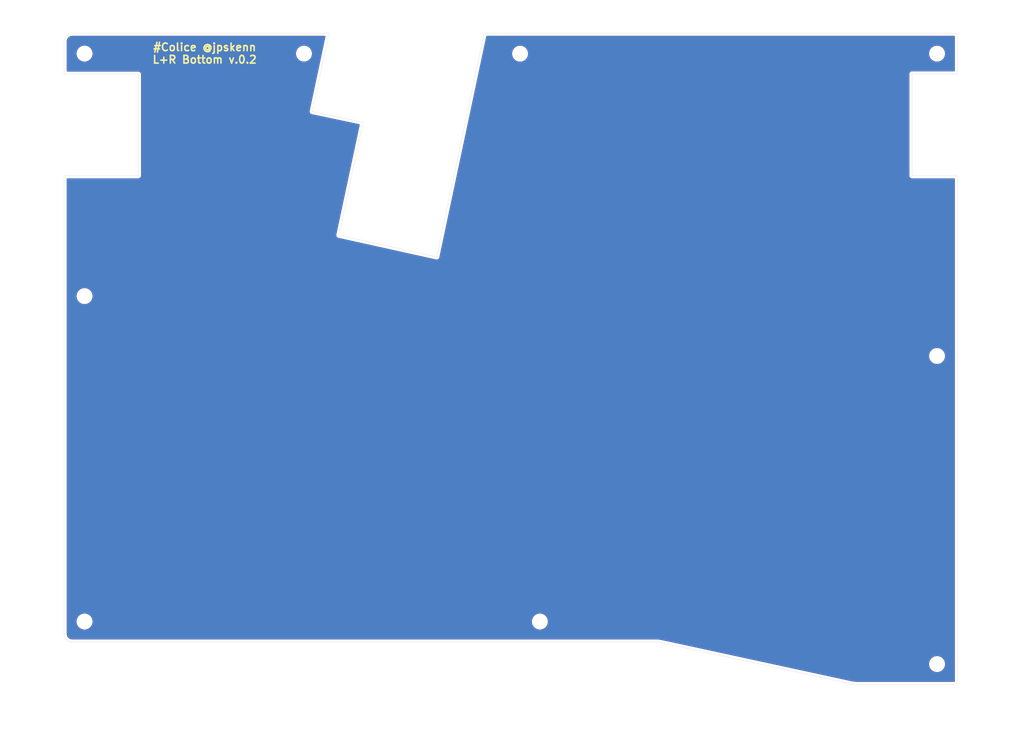
<source format=kicad_pcb>
(kicad_pcb (version 20171130) (host pcbnew "(5.1.5-0-10_14)")

  (general
    (thickness 1.6)
    (drawings 86)
    (tracks 0)
    (zones 0)
    (modules 9)
    (nets 1)
  )

  (page A4)
  (layers
    (0 F.Cu signal)
    (31 B.Cu signal)
    (32 B.Adhes user)
    (33 F.Adhes user)
    (34 B.Paste user)
    (35 F.Paste user)
    (36 B.SilkS user)
    (37 F.SilkS user)
    (38 B.Mask user)
    (39 F.Mask user)
    (40 Dwgs.User user)
    (41 Cmts.User user)
    (42 Eco1.User user)
    (43 Eco2.User user)
    (44 Edge.Cuts user)
    (45 Margin user)
    (46 B.CrtYd user)
    (47 F.CrtYd user)
    (48 B.Fab user)
    (49 F.Fab user)
  )

  (setup
    (last_trace_width 0.25)
    (trace_clearance 0.2)
    (zone_clearance 0.508)
    (zone_45_only no)
    (trace_min 0.2)
    (via_size 0.8)
    (via_drill 0.4)
    (via_min_size 0.4)
    (via_min_drill 0.3)
    (uvia_size 0.3)
    (uvia_drill 0.1)
    (uvias_allowed no)
    (uvia_min_size 0.2)
    (uvia_min_drill 0.1)
    (edge_width 0.05)
    (segment_width 0.2)
    (pcb_text_width 0.3)
    (pcb_text_size 1.5 1.5)
    (mod_edge_width 0.12)
    (mod_text_size 1 1)
    (mod_text_width 0.15)
    (pad_size 1.524 1.524)
    (pad_drill 0.762)
    (pad_to_mask_clearance 0.051)
    (solder_mask_min_width 0.25)
    (aux_axis_origin 0 0)
    (visible_elements FFFFFF7F)
    (pcbplotparams
      (layerselection 0x010fc_ffffffff)
      (usegerberextensions true)
      (usegerberattributes false)
      (usegerberadvancedattributes false)
      (creategerberjobfile false)
      (excludeedgelayer true)
      (linewidth 0.100000)
      (plotframeref false)
      (viasonmask false)
      (mode 1)
      (useauxorigin false)
      (hpglpennumber 1)
      (hpglpenspeed 20)
      (hpglpendiameter 15.000000)
      (psnegative false)
      (psa4output false)
      (plotreference true)
      (plotvalue true)
      (plotinvisibletext false)
      (padsonsilk false)
      (subtractmaskfromsilk false)
      (outputformat 1)
      (mirror false)
      (drillshape 0)
      (scaleselection 1)
      (outputdirectory "garber/"))
  )

  (net 0 "")

  (net_class Default "これはデフォルトのネット クラスです。"
    (clearance 0.2)
    (trace_width 0.25)
    (via_dia 0.8)
    (via_drill 0.4)
    (uvia_dia 0.3)
    (uvia_drill 0.1)
  )

  (module MountingHole:MountingHole_2.1mm (layer F.Cu) (tedit 5B924765) (tstamp 5EBCBC1D)
    (at 63.25 79.78)
    (descr "Mounting Hole 2.1mm, no annular")
    (tags "mounting hole 2.1mm no annular")
    (attr virtual)
    (fp_text reference REF** (at 0 -3.2) (layer F.SilkS) hide
      (effects (font (size 1 1) (thickness 0.15)))
    )
    (fp_text value MountingHole_2.1mm (at 0 3.2) (layer F.Fab)
      (effects (font (size 1 1) (thickness 0.15)))
    )
    (fp_text user %R (at 0.3 0) (layer F.Fab)
      (effects (font (size 1 1) (thickness 0.15)))
    )
    (fp_circle (center 0 0) (end 2.1 0) (layer Cmts.User) (width 0.15))
    (fp_circle (center 0 0) (end 2.35 0) (layer F.CrtYd) (width 0.05))
    (pad "" np_thru_hole circle (at 0 0) (size 2.1 2.1) (drill 2.1) (layers *.Cu *.Mask))
  )

  (module MountingHole:MountingHole_2.1mm (layer F.Cu) (tedit 5B924765) (tstamp 5EBCBC1D)
    (at 63.25 143.22)
    (descr "Mounting Hole 2.1mm, no annular")
    (tags "mounting hole 2.1mm no annular")
    (attr virtual)
    (fp_text reference REF** (at 0 -3.2) (layer F.SilkS) hide
      (effects (font (size 1 1) (thickness 0.15)))
    )
    (fp_text value MountingHole_2.1mm (at 0 3.2) (layer F.Fab)
      (effects (font (size 1 1) (thickness 0.15)))
    )
    (fp_text user %R (at 0.3 0) (layer F.Fab)
      (effects (font (size 1 1) (thickness 0.15)))
    )
    (fp_circle (center 0 0) (end 2.1 0) (layer Cmts.User) (width 0.15))
    (fp_circle (center 0 0) (end 2.35 0) (layer F.CrtYd) (width 0.05))
    (pad "" np_thru_hole circle (at 0 0) (size 2.1 2.1) (drill 2.1) (layers *.Cu *.Mask))
  )

  (module MountingHole:MountingHole_2.1mm (layer F.Cu) (tedit 5B924765) (tstamp 5EBCBC1D)
    (at 151.96 143.22)
    (descr "Mounting Hole 2.1mm, no annular")
    (tags "mounting hole 2.1mm no annular")
    (attr virtual)
    (fp_text reference REF** (at 0 -3.2) (layer F.SilkS) hide
      (effects (font (size 1 1) (thickness 0.15)))
    )
    (fp_text value MountingHole_2.1mm (at 0 3.2) (layer F.Fab)
      (effects (font (size 1 1) (thickness 0.15)))
    )
    (fp_text user %R (at 0.3 0) (layer F.Fab)
      (effects (font (size 1 1) (thickness 0.15)))
    )
    (fp_circle (center 0 0) (end 2.1 0) (layer Cmts.User) (width 0.15))
    (fp_circle (center 0 0) (end 2.35 0) (layer F.CrtYd) (width 0.05))
    (pad "" np_thru_hole circle (at 0 0) (size 2.1 2.1) (drill 2.1) (layers *.Cu *.Mask))
  )

  (module MountingHole:MountingHole_2.1mm (layer F.Cu) (tedit 5B924765) (tstamp 5EBCBC1D)
    (at 229.33 151.51)
    (descr "Mounting Hole 2.1mm, no annular")
    (tags "mounting hole 2.1mm no annular")
    (attr virtual)
    (fp_text reference REF** (at 0 -3.2) (layer F.SilkS) hide
      (effects (font (size 1 1) (thickness 0.15)))
    )
    (fp_text value MountingHole_2.1mm (at 0 3.2) (layer F.Fab)
      (effects (font (size 1 1) (thickness 0.15)))
    )
    (fp_text user %R (at 0.3 0) (layer F.Fab)
      (effects (font (size 1 1) (thickness 0.15)))
    )
    (fp_circle (center 0 0) (end 2.1 0) (layer Cmts.User) (width 0.15))
    (fp_circle (center 0 0) (end 2.35 0) (layer F.CrtYd) (width 0.05))
    (pad "" np_thru_hole circle (at 0 0) (size 2.1 2.1) (drill 2.1) (layers *.Cu *.Mask))
  )

  (module MountingHole:MountingHole_2.1mm (layer F.Cu) (tedit 5B924765) (tstamp 5EBCBC1D)
    (at 229.33 91.45)
    (descr "Mounting Hole 2.1mm, no annular")
    (tags "mounting hole 2.1mm no annular")
    (attr virtual)
    (fp_text reference REF** (at 0 -3.2) (layer F.SilkS) hide
      (effects (font (size 1 1) (thickness 0.15)))
    )
    (fp_text value MountingHole_2.1mm (at 0 3.2) (layer F.Fab)
      (effects (font (size 1 1) (thickness 0.15)))
    )
    (fp_text user %R (at 0.3 0) (layer F.Fab)
      (effects (font (size 1 1) (thickness 0.15)))
    )
    (fp_circle (center 0 0) (end 2.1 0) (layer Cmts.User) (width 0.15))
    (fp_circle (center 0 0) (end 2.35 0) (layer F.CrtYd) (width 0.05))
    (pad "" np_thru_hole circle (at 0 0) (size 2.1 2.1) (drill 2.1) (layers *.Cu *.Mask))
  )

  (module MountingHole:MountingHole_2.1mm (layer F.Cu) (tedit 5B924765) (tstamp 5EBCBC1D)
    (at 229.33 32.51)
    (descr "Mounting Hole 2.1mm, no annular")
    (tags "mounting hole 2.1mm no annular")
    (attr virtual)
    (fp_text reference REF** (at 0 -3.2) (layer F.SilkS) hide
      (effects (font (size 1 1) (thickness 0.15)))
    )
    (fp_text value MountingHole_2.1mm (at 0 3.2) (layer F.Fab)
      (effects (font (size 1 1) (thickness 0.15)))
    )
    (fp_text user %R (at 0.3 0) (layer F.Fab)
      (effects (font (size 1 1) (thickness 0.15)))
    )
    (fp_circle (center 0 0) (end 2.1 0) (layer Cmts.User) (width 0.15))
    (fp_circle (center 0 0) (end 2.35 0) (layer F.CrtYd) (width 0.05))
    (pad "" np_thru_hole circle (at 0 0) (size 2.1 2.1) (drill 2.1) (layers *.Cu *.Mask))
  )

  (module MountingHole:MountingHole_2.1mm (layer F.Cu) (tedit 5B924765) (tstamp 5EBCBC1D)
    (at 148.1 32.51)
    (descr "Mounting Hole 2.1mm, no annular")
    (tags "mounting hole 2.1mm no annular")
    (attr virtual)
    (fp_text reference REF** (at 0 -3.2) (layer F.SilkS) hide
      (effects (font (size 1 1) (thickness 0.15)))
    )
    (fp_text value MountingHole_2.1mm (at 0 3.2) (layer F.Fab)
      (effects (font (size 1 1) (thickness 0.15)))
    )
    (fp_text user %R (at 0.3 0) (layer F.Fab)
      (effects (font (size 1 1) (thickness 0.15)))
    )
    (fp_circle (center 0 0) (end 2.1 0) (layer Cmts.User) (width 0.15))
    (fp_circle (center 0 0) (end 2.35 0) (layer F.CrtYd) (width 0.05))
    (pad "" np_thru_hole circle (at 0 0) (size 2.1 2.1) (drill 2.1) (layers *.Cu *.Mask))
  )

  (module MountingHole:MountingHole_2.1mm (layer F.Cu) (tedit 5B924765) (tstamp 5EBCBC1D)
    (at 106 32.5)
    (descr "Mounting Hole 2.1mm, no annular")
    (tags "mounting hole 2.1mm no annular")
    (attr virtual)
    (fp_text reference REF** (at 0 -3.2) (layer F.SilkS) hide
      (effects (font (size 1 1) (thickness 0.15)))
    )
    (fp_text value MountingHole_2.1mm (at 0 3.2) (layer F.Fab)
      (effects (font (size 1 1) (thickness 0.15)))
    )
    (fp_text user %R (at 0.3 0) (layer F.Fab)
      (effects (font (size 1 1) (thickness 0.15)))
    )
    (fp_circle (center 0 0) (end 2.1 0) (layer Cmts.User) (width 0.15))
    (fp_circle (center 0 0) (end 2.35 0) (layer F.CrtYd) (width 0.05))
    (pad "" np_thru_hole circle (at 0 0) (size 2.1 2.1) (drill 2.1) (layers *.Cu *.Mask))
  )

  (module MountingHole:MountingHole_2.1mm (layer F.Cu) (tedit 5B924765) (tstamp 5EBCBC0C)
    (at 63.25 32.5)
    (descr "Mounting Hole 2.1mm, no annular")
    (tags "mounting hole 2.1mm no annular")
    (attr virtual)
    (fp_text reference REF** (at 0 -3.2) (layer F.SilkS) hide
      (effects (font (size 1 1) (thickness 0.15)))
    )
    (fp_text value MountingHole_2.1mm (at 0 3.2) (layer F.Fab)
      (effects (font (size 1 1) (thickness 0.15)))
    )
    (fp_circle (center 0 0) (end 2.35 0) (layer F.CrtYd) (width 0.05))
    (fp_circle (center 0 0) (end 2.1 0) (layer Cmts.User) (width 0.15))
    (fp_text user %R (at 0.3 0) (layer F.Fab)
      (effects (font (size 1 1) (thickness 0.15)))
    )
    (pad "" np_thru_hole circle (at 0 0) (size 2.1 2.1) (drill 2.1) (layers *.Cu *.Mask))
  )

  (gr_text "#Colice @jpskenn\nL+R Bottom v.0.2" (at 86.65 32.46) (layer F.SilkS)
    (effects (font (size 1.5 1.5) (thickness 0.3)))
  )
  (gr_curve (pts (xy 110.829659 28.700493) (xy 110.453654 30.469603) (xy 107.622401 43.788178) (xy 107.622401 43.788178)) (layer Edge.Cuts) (width 0.05))
  (gr_curve (pts (xy 110.79757 28.56655) (xy 110.827881 28.604058) (xy 110.839734 28.653249) (xy 110.829659 28.700493)) (layer Edge.Cuts) (width 0.05))
  (gr_line (start 112.812722 67.9048) (end 131.853832 72.121454) (layer Edge.Cuts) (width 0.05))
  (gr_curve (pts (xy 233.167828 36.483392) (xy 231.970641 36.483392) (xy 224.464941 36.483392) (xy 224.464941 36.483392)) (layer Edge.Cuts) (width 0.05))
  (gr_line (start 224.464941 56.288449) (end 233.167828 56.288449) (layer Edge.Cuts) (width 0.05))
  (gr_curve (pts (xy 59.253096 145.624059) (xy 59.253096 133.800359) (xy 59.253096 60.334161) (xy 59.253096 56.448469)) (layer Edge.Cuts) (width 0.05))
  (gr_curve (pts (xy 59.413116 36.541134) (xy 59.370614 36.541134) (xy 59.329974 36.524286) (xy 59.299917 36.494314)) (layer Edge.Cuts) (width 0.05))
  (gr_curve (pts (xy 59.253096 56.448469) (xy 59.253096 56.406051) (xy 59.269945 56.365326) (xy 59.299917 56.33527)) (layer Edge.Cuts) (width 0.05))
  (gr_curve (pts (xy 59.413116 56.288449) (xy 60.991896 56.288449) (xy 73.722714 56.288449) (xy 73.722714 56.288449)) (layer Edge.Cuts) (width 0.05))
  (gr_line (start 229.329041 33.507189) (end 229.329041 33.507189) (layer Edge.Cuts) (width 0.05))
  (gr_curve (pts (xy 131.853832 72.121454) (xy 131.853832 72.121454) (xy 140.534874 31.20832) (xy 141.080974 28.63403)) (layer Edge.Cuts) (width 0.05))
  (gr_curve (pts (xy 117.472352 46.04048) (xy 117.052405 48.010758) (xy 112.812722 67.9048) (xy 112.812722 67.9048)) (layer Edge.Cuts) (width 0.05))
  (gr_curve (pts (xy 233.327848 36.323372) (xy 233.327848 36.411764) (xy 233.255881 36.483392) (xy 233.167828 36.483392)) (layer Edge.Cuts) (width 0.05))
  (gr_curve (pts (xy 233.327848 29.147194) (xy 233.327848 30.847724) (xy 233.327848 35.411173) (xy 233.327848 36.323372)) (layer Edge.Cuts) (width 0.05))
  (gr_curve (pts (xy 105.991467 33.507189) (xy 105.43817 33.507189) (xy 104.989691 33.059895) (xy 104.989691 32.507022)) (layer Edge.Cuts) (width 0.05))
  (gr_curve (pts (xy 149.095521 32.507022) (xy 149.095521 33.059895) (xy 148.647634 33.507189) (xy 148.098148 33.507189)) (layer Edge.Cuts) (width 0.05))
  (gr_curve (pts (xy 117.349077 45.850658) (xy 117.390564 45.859463) (xy 117.426886 45.88444) (xy 117.45 45.92)) (layer Edge.Cuts) (width 0.05))
  (gr_curve (pts (xy 141.237608 28.507199) (xy 144.893514 28.507199) (xy 224.715554 28.507199) (xy 232.687768 28.507199)) (layer Edge.Cuts) (width 0.05))
  (gr_curve (pts (xy 141.080974 28.63403) (xy 141.097061 28.560031) (xy 141.162254 28.507199) (xy 141.237608 28.507199)) (layer Edge.Cuts) (width 0.05))
  (gr_curve (pts (xy 233.139888 28.694651) (xy 233.260114 28.814708) (xy 233.327848 28.977438) (xy 233.327848 29.147194)) (layer Edge.Cuts) (width 0.05))
  (gr_curve (pts (xy 232.687768 28.507199) (xy 232.857101 28.507199) (xy 233.019661 28.574594) (xy 233.139888 28.694651)) (layer Edge.Cuts) (width 0.05))
  (gr_line (start 148.098148 33.507189) (end 148.098148 33.507189) (layer Edge.Cuts) (width 0.05))
  (gr_curve (pts (xy 105.991467 31.507193) (xy 106.541208 31.507193) (xy 106.989687 31.955164) (xy 106.989687 32.507022)) (layer Edge.Cuts) (width 0.05))
  (gr_line (start 105.991467 33.507189) (end 105.991467 33.507189) (layer Edge.Cuts) (width 0.05))
  (gr_curve (pts (xy 228.327434 151.506699) (xy 228.327434 150.955519) (xy 228.776168 150.506786) (xy 229.329041 150.506786)) (layer Edge.Cuts) (width 0.05))
  (gr_curve (pts (xy 229.329041 152.507459) (xy 228.776168 152.507459) (xy 228.327434 152.059572) (xy 228.327434 151.506699)) (layer Edge.Cuts) (width 0.05))
  (gr_line (start 73.722714 36.541134) (end 59.413116 36.541134) (layer Edge.Cuts) (width 0.05))
  (gr_line (start 110.673195 28.507199) (end 110.673195 28.507199) (layer Edge.Cuts) (width 0.05))
  (gr_curve (pts (xy 230.327261 151.506699) (xy 230.327261 152.059572) (xy 229.879374 152.507459) (xy 229.329041 152.507459)) (layer Edge.Cuts) (width 0.05))
  (gr_curve (pts (xy 229.329041 150.506786) (xy 229.879374 150.506786) (xy 230.327261 150.955519) (xy 230.327261 151.506699)) (layer Edge.Cuts) (width 0.05))
  (gr_line (start 73.722714 56.288449) (end 73.722714 36.541134) (layer Edge.Cuts) (width 0.05))
  (gr_curve (pts (xy 60.853042 28.507199) (xy 69.210489 28.507199) (xy 107.58464 28.507199) (xy 110.673195 28.507199)) (layer Edge.Cuts) (width 0.05))
  (gr_curve (pts (xy 59.253096 30.10723) (xy 59.253096 29.223564) (xy 59.969461 28.507199) (xy 60.853042 28.507199)) (layer Edge.Cuts) (width 0.05))
  (gr_curve (pts (xy 63.254866 33.507189) (xy 62.70157 33.507189) (xy 62.25309 33.059895) (xy 62.25309 32.507022)) (layer Edge.Cuts) (width 0.05))
  (gr_line (start 229.329041 92.448652) (end 229.329041 92.448652) (layer Edge.Cuts) (width 0.05))
  (gr_curve (pts (xy 64.253086 79.777861) (xy 64.253086 80.330734) (xy 63.804607 80.778028) (xy 63.254866 80.778028)) (layer Edge.Cuts) (width 0.05))
  (gr_curve (pts (xy 63.254866 78.778032) (xy 63.804607 78.778032) (xy 64.253086 79.226004) (xy 64.253086 79.777861)) (layer Edge.Cuts) (width 0.05))
  (gr_curve (pts (xy 62.25309 79.777861) (xy 62.25309 79.226004) (xy 62.70157 78.778032) (xy 63.254866 78.778032)) (layer Edge.Cuts) (width 0.05))
  (gr_curve (pts (xy 63.254866 80.778028) (xy 62.70157 80.778028) (xy 62.25309 80.330734) (xy 62.25309 79.777861)) (layer Edge.Cuts) (width 0.05))
  (gr_line (start 151.958101 144.224519) (end 151.958101 144.224519) (layer Edge.Cuts) (width 0.05))
  (gr_curve (pts (xy 230.327261 91.448484) (xy 230.327261 92.001358) (xy 229.879374 92.448652) (xy 229.329041 92.448652)) (layer Edge.Cuts) (width 0.05))
  (gr_curve (pts (xy 229.329041 90.448655) (xy 229.879374 90.448655) (xy 230.327261 90.896626) (xy 230.327261 91.448484)) (layer Edge.Cuts) (width 0.05))
  (gr_curve (pts (xy 228.327434 91.448484) (xy 228.327434 90.896626) (xy 228.776168 90.448655) (xy 229.329041 90.448655)) (layer Edge.Cuts) (width 0.05))
  (gr_curve (pts (xy 229.329041 92.448652) (xy 228.776168 92.448652) (xy 228.327434 92.001358) (xy 228.327434 91.448484)) (layer Edge.Cuts) (width 0.05))
  (gr_curve (pts (xy 59.299917 56.33527) (xy 59.329974 56.305298) (xy 59.370614 56.288449) (xy 59.413116 56.288449)) (layer Edge.Cuts) (width 0.05))
  (gr_line (start 63.254866 144.224519) (end 63.254866 144.224519) (layer Edge.Cuts) (width 0.05))
  (gr_curve (pts (xy 152.956321 143.223759) (xy 152.956321 143.776632) (xy 152.507588 144.224519) (xy 151.958101 144.224519)) (layer Edge.Cuts) (width 0.05))
  (gr_curve (pts (xy 151.958101 142.223846) (xy 152.507588 142.223846) (xy 152.956321 142.671732) (xy 152.956321 143.223759)) (layer Edge.Cuts) (width 0.05))
  (gr_curve (pts (xy 150.956494 143.223759) (xy 150.956494 142.671732) (xy 151.404381 142.223846) (xy 151.958101 142.223846)) (layer Edge.Cuts) (width 0.05))
  (gr_curve (pts (xy 151.958101 144.224519) (xy 151.404381 144.224519) (xy 150.956494 143.776632) (xy 150.956494 143.223759)) (layer Edge.Cuts) (width 0.05))
  (gr_line (start 229.329041 152.507459) (end 229.329041 152.507459) (layer Edge.Cuts) (width 0.05))
  (gr_curve (pts (xy 64.253086 143.223759) (xy 64.253086 143.776632) (xy 63.804607 144.224519) (xy 63.254866 144.224519)) (layer Edge.Cuts) (width 0.05))
  (gr_curve (pts (xy 63.254866 142.223846) (xy 63.804607 142.223846) (xy 64.253086 142.671732) (xy 64.253086 143.223759)) (layer Edge.Cuts) (width 0.05))
  (gr_curve (pts (xy 62.25309 143.223759) (xy 62.25309 142.671732) (xy 62.70157 142.223846) (xy 63.254866 142.223846)) (layer Edge.Cuts) (width 0.05))
  (gr_curve (pts (xy 63.254866 144.224519) (xy 62.70157 144.224519) (xy 62.25309 143.776632) (xy 62.25309 143.223759)) (layer Edge.Cuts) (width 0.05))
  (gr_curve (pts (xy 59.721726 146.755206) (xy 59.421668 146.455486) (xy 59.253096 146.048239) (xy 59.253096 145.624059)) (layer Edge.Cuts) (width 0.05))
  (gr_curve (pts (xy 148.098148 31.507193) (xy 148.647634 31.507193) (xy 149.095521 31.955164) (xy 149.095521 32.507022)) (layer Edge.Cuts) (width 0.05))
  (gr_curve (pts (xy 147.095694 32.507022) (xy 147.095694 31.955164) (xy 147.544428 31.507193) (xy 148.098148 31.507193)) (layer Edge.Cuts) (width 0.05))
  (gr_curve (pts (xy 148.098148 33.507189) (xy 147.544428 33.507189) (xy 147.095694 33.059895) (xy 147.095694 32.507022)) (layer Edge.Cuts) (width 0.05))
  (gr_line (start 63.254866 33.507189) (end 63.254866 33.507189) (layer Edge.Cuts) (width 0.05))
  (gr_curve (pts (xy 230.327261 32.507022) (xy 230.327261 33.059895) (xy 229.879374 33.507189) (xy 229.329041 33.507189)) (layer Edge.Cuts) (width 0.05))
  (gr_curve (pts (xy 229.329041 31.507193) (xy 229.879374 31.507193) (xy 230.327261 31.955164) (xy 230.327261 32.507022)) (layer Edge.Cuts) (width 0.05))
  (gr_curve (pts (xy 228.327434 32.507022) (xy 228.327434 31.955164) (xy 228.776168 31.507193) (xy 229.329041 31.507193)) (layer Edge.Cuts) (width 0.05))
  (gr_curve (pts (xy 229.329041 33.507189) (xy 228.776168 33.507189) (xy 228.327434 33.059895) (xy 228.327434 32.507022)) (layer Edge.Cuts) (width 0.05))
  (gr_line (start 63.254866 80.778028) (end 63.254866 80.778028) (layer Edge.Cuts) (width 0.05))
  (gr_line (start 224.464941 36.483392) (end 224.464941 56.288449) (layer Edge.Cuts) (width 0.05))
  (gr_curve (pts (xy 64.253086 32.507022) (xy 64.253086 33.059895) (xy 63.804607 33.507189) (xy 63.254866 33.507189)) (layer Edge.Cuts) (width 0.05))
  (gr_curve (pts (xy 63.254866 31.507193) (xy 63.804607 31.507193) (xy 64.253086 31.955164) (xy 64.253086 32.507022)) (layer Edge.Cuts) (width 0.05))
  (gr_curve (pts (xy 62.25309 32.507022) (xy 62.25309 31.955164) (xy 62.70157 31.507193) (xy 63.254866 31.507193)) (layer Edge.Cuts) (width 0.05))
  (gr_curve (pts (xy 59.253096 36.381114) (xy 59.253096 35.603874) (xy 59.253096 32.175298) (xy 59.253096 30.10723)) (layer Edge.Cuts) (width 0.05))
  (gr_curve (pts (xy 59.299917 36.494314) (xy 59.269945 36.464257) (xy 59.253096 36.423617) (xy 59.253096 36.381114)) (layer Edge.Cuts) (width 0.05))
  (gr_curve (pts (xy 106.989687 32.507022) (xy 106.989687 33.059895) (xy 106.541208 33.507189) (xy 105.991467 33.507189)) (layer Edge.Cuts) (width 0.05))
  (gr_curve (pts (xy 104.989691 32.507022) (xy 104.989691 31.955164) (xy 105.43817 31.507193) (xy 105.991467 31.507193)) (layer Edge.Cuts) (width 0.05))
  (gr_curve (pts (xy 110.673195 28.507199) (xy 110.721455 28.507199) (xy 110.767175 28.528958) (xy 110.79757 28.56655)) (layer Edge.Cuts) (width 0.05))
  (gr_curve (pts (xy 107.622401 43.788178) (xy 107.622401 43.788178) (xy 116.086697 45.582942) (xy 117.349077 45.850658)) (layer Edge.Cuts) (width 0.05))
  (gr_curve (pts (xy 213.883301 155.507199) (xy 213.426948 155.507199) (xy 212.971441 155.458092) (xy 212.525248 155.361572)) (layer Edge.Cuts) (width 0.05))
  (gr_curve (pts (xy 232.687768 155.507199) (xy 229.682101 155.507199) (xy 216.987181 155.507199) (xy 213.883301 155.507199)) (layer Edge.Cuts) (width 0.05))
  (gr_curve (pts (xy 233.327848 154.867119) (xy 233.327848 155.221026) (xy 233.040828 155.507199) (xy 232.687768 155.507199)) (layer Edge.Cuts) (width 0.05))
  (gr_curve (pts (xy 60.853042 147.224259) (xy 60.428693 147.224259) (xy 60.021785 147.055772) (xy 59.721726 146.755206)) (layer Edge.Cuts) (width 0.05))
  (gr_curve (pts (xy 174.354974 147.224259) (xy 165.516621 147.224259) (xy 74.111758 147.224259) (xy 60.853042 147.224259)) (layer Edge.Cuts) (width 0.05))
  (gr_curve (pts (xy 175.713028 147.369886) (xy 175.266834 147.273366) (xy 174.811328 147.224259) (xy 174.354974 147.224259)) (layer Edge.Cuts) (width 0.05))
  (gr_curve (pts (xy 212.525248 155.361572) (xy 207.865194 154.349806) (xy 180.373081 148.381652) (xy 175.713028 147.369886)) (layer Edge.Cuts) (width 0.05))
  (gr_curve (pts (xy 233.327848 56.448469) (xy 233.327848 60.657842) (xy 233.327848 146.585872) (xy 233.327848 154.867119)) (layer Edge.Cuts) (width 0.05))
  (gr_curve (pts (xy 233.167828 56.288449) (xy 233.255881 56.288449) (xy 233.327848 56.360077) (xy 233.327848 56.448469)) (layer Edge.Cuts) (width 0.05))
  (gr_curve (pts (xy 117.45 45.92) (xy 117.473198 45.955644) (xy 117.481157 45.998994) (xy 117.472352 46.04048)) (layer Edge.Cuts) (width 0.05))

  (zone (net 0) (net_name "") (layer F.Cu) (tstamp 5EBCBD3B) (hatch edge 0.508)
    (connect_pads (clearance 0.508))
    (min_thickness 0.254)
    (fill yes (arc_segments 32) (thermal_gap 0.508) (thermal_bridge_width 0.508))
    (polygon
      (pts
        (xy 243.04 164.32) (xy 49.56 160.61) (xy 47.94 22.98) (xy 242.8 22.05)
      )
    )
    (filled_polygon
      (pts
        (xy 110.054015 29.175174) (xy 110.054015 29.175176) (xy 109.979966 29.523543) (xy 109.979964 29.523552) (xy 109.894912 29.923669)
        (xy 109.79983 30.370967) (xy 109.64147 31.115946) (xy 109.641469 31.115952) (xy 109.402751 32.238947) (xy 109.402741 32.238992)
        (xy 109.141329 33.46874) (xy 109.141315 33.468805) (xy 108.864935 34.768956) (xy 108.581352 36.102988) (xy 108.581346 36.103017)
        (xy 108.157871 38.095119) (xy 108.157865 38.095148) (xy 107.640355 40.529597) (xy 107.640355 40.529598) (xy 107.065302 43.234737)
        (xy 106.976826 43.650943) (xy 106.969893 43.712748) (xy 106.962538 43.774684) (xy 106.962704 43.776828) (xy 106.962466 43.77895)
        (xy 106.967664 43.840871) (xy 106.972485 43.903108) (xy 106.973063 43.905174) (xy 106.973242 43.907307) (xy 106.990392 43.967122)
        (xy 107.007186 44.027156) (xy 107.008154 44.02907) (xy 107.008744 44.031128) (xy 107.037206 44.086512) (xy 107.06532 44.1421)
        (xy 107.06664 44.143787) (xy 107.06762 44.145695) (xy 107.106325 44.194531) (xy 107.144674 44.243564) (xy 107.146297 44.244963)
        (xy 107.147628 44.246643) (xy 107.19507 44.287022) (xy 107.242223 44.327682) (xy 107.244086 44.328739) (xy 107.245719 44.330129)
        (xy 107.300147 44.36055) (xy 107.354254 44.391251) (xy 107.356285 44.391925) (xy 107.358159 44.392973) (xy 107.417474 44.412247)
        (xy 107.476498 44.431849) (xy 107.480502 44.432727) (xy 107.480662 44.432779) (xy 107.480831 44.432799) (xy 107.4855 44.433823)
        (xy 107.749979 44.489903) (xy 107.750008 44.489909) (xy 109.473207 44.855296) (xy 109.473236 44.855302) (xy 111.027642 45.1849)
        (xy 111.027671 45.184906) (xy 112.733075 45.546523) (xy 114.405828 45.901219) (xy 114.405857 45.901225) (xy 115.517538 46.13695)
        (xy 115.517542 46.13695) (xy 116.157317 46.272614) (xy 116.157346 46.27262) (xy 116.685735 46.384665) (xy 116.685739 46.384665)
        (xy 116.722508 46.392463) (xy 116.684613 46.570266) (xy 116.639269 46.783019) (xy 116.639254 46.783088) (xy 116.563228 47.139818)
        (xy 116.563227 47.139824) (xy 116.446139 47.689221) (xy 116.446139 47.689223) (xy 116.313332 48.312382) (xy 116.313308 48.312489)
        (xy 116.089285 49.363662) (xy 115.835133 50.556207) (xy 115.654098 51.40567) (xy 115.654098 51.405671) (xy 115.368098 52.747668)
        (xy 114.964712 54.640476) (xy 114.964712 54.640477) (xy 114.548539 56.593291) (xy 113.924036 59.523654) (xy 113.156634 63.124554)
        (xy 113.156634 63.124555) (xy 112.299708 67.145546) (xy 112.174524 67.73295) (xy 112.165216 67.76141) (xy 112.149684 67.890488)
        (xy 112.159632 68.020114) (xy 112.194677 68.14531) (xy 112.253475 68.261263) (xy 112.333763 68.363518) (xy 112.432457 68.448144)
        (xy 112.545765 68.51189) (xy 112.63837 68.542179) (xy 131.742784 72.772852) (xy 131.839519 72.784492) (xy 131.969146 72.774544)
        (xy 132.094342 72.739499) (xy 132.210295 72.680701) (xy 132.31255 72.600413) (xy 132.397176 72.501719) (xy 132.460922 72.388411)
        (xy 132.501337 72.264844) (xy 132.505577 72.229611) (xy 132.770741 70.979908) (xy 134.516166 62.753825) (xy 136.070928 55.42631)
        (xy 137.328497 49.499437) (xy 137.328497 49.499435) (xy 138.162026 45.571038) (xy 138.965005 41.786611) (xy 139.530072 39.123455)
        (xy 139.885557 37.448055) (xy 139.885557 37.448053) (xy 140.219548 35.873948) (xy 140.528967 34.415647) (xy 140.810734 33.087663)
        (xy 140.968512 32.344042) (xy 146.415 32.344042) (xy 146.415 32.675958) (xy 146.479754 33.001496) (xy 146.606772 33.308147)
        (xy 146.791175 33.584125) (xy 147.025875 33.818825) (xy 147.301853 34.003228) (xy 147.608504 34.130246) (xy 147.934042 34.195)
        (xy 148.265958 34.195) (xy 148.591496 34.130246) (xy 148.898147 34.003228) (xy 149.174125 33.818825) (xy 149.408825 33.584125)
        (xy 149.593228 33.308147) (xy 149.720246 33.001496) (xy 149.785 32.675958) (xy 149.785 32.344042) (xy 227.645 32.344042)
        (xy 227.645 32.675958) (xy 227.709754 33.001496) (xy 227.836772 33.308147) (xy 228.021175 33.584125) (xy 228.255875 33.818825)
        (xy 228.531853 34.003228) (xy 228.838504 34.130246) (xy 229.164042 34.195) (xy 229.495958 34.195) (xy 229.821496 34.130246)
        (xy 230.128147 34.003228) (xy 230.404125 33.818825) (xy 230.638825 33.584125) (xy 230.823228 33.308147) (xy 230.950246 33.001496)
        (xy 231.015 32.675958) (xy 231.015 32.344042) (xy 230.950246 32.018504) (xy 230.823228 31.711853) (xy 230.638825 31.435875)
        (xy 230.404125 31.201175) (xy 230.128147 31.016772) (xy 229.821496 30.889754) (xy 229.495958 30.825) (xy 229.164042 30.825)
        (xy 228.838504 30.889754) (xy 228.531853 31.016772) (xy 228.255875 31.201175) (xy 228.021175 31.435875) (xy 227.836772 31.711853)
        (xy 227.709754 32.018504) (xy 227.645 32.344042) (xy 149.785 32.344042) (xy 149.720246 32.018504) (xy 149.593228 31.711853)
        (xy 149.408825 31.435875) (xy 149.174125 31.201175) (xy 148.898147 31.016772) (xy 148.591496 30.889754) (xy 148.265958 30.825)
        (xy 147.934042 30.825) (xy 147.608504 30.889754) (xy 147.301853 31.016772) (xy 147.025875 31.201175) (xy 146.791175 31.435875)
        (xy 146.606772 31.711853) (xy 146.479754 32.018504) (xy 146.415 32.344042) (xy 140.968512 32.344042) (xy 141.061748 31.904613)
        (xy 141.061772 31.904506) (xy 141.226901 31.126233) (xy 141.326485 30.656881) (xy 141.326485 30.656877) (xy 141.416653 30.231898)
        (xy 141.497023 29.853101) (xy 141.497023 29.853097) (xy 141.567185 29.522407) (xy 141.567209 29.522298) (xy 141.626825 29.24131)
        (xy 141.626826 29.241305) (xy 141.642548 29.167199) (xy 232.667848 29.167199) (xy 232.667848 35.823392) (xy 224.49736 35.823392)
        (xy 224.464941 35.820199) (xy 224.335558 35.832942) (xy 224.211148 35.870682) (xy 224.096491 35.931967) (xy 223.995993 36.014444)
        (xy 223.913516 36.114943) (xy 223.852231 36.2296) (xy 223.814491 36.35401) (xy 223.804941 36.450974) (xy 223.804942 56.25602)
        (xy 223.801748 56.288449) (xy 223.814491 56.417832) (xy 223.852231 56.542242) (xy 223.913516 56.656899) (xy 223.995993 56.757397)
        (xy 224.096491 56.839874) (xy 224.211148 56.901159) (xy 224.335558 56.938899) (xy 224.432522 56.948449) (xy 224.464941 56.951642)
        (xy 224.49736 56.948449) (xy 232.667848 56.948449) (xy 232.667848 154.847199) (xy 213.884767 154.847199) (xy 213.834003 154.84698)
        (xy 213.788893 154.84641) (xy 213.736248 154.845292) (xy 213.690501 154.843933) (xy 213.641151 154.842054) (xy 213.598155 154.840072)
        (xy 213.555314 154.837772) (xy 213.511487 154.835084) (xy 213.467781 154.832072) (xy 213.426164 154.828893) (xy 213.379478 154.824961)
        (xy 213.335143 154.820878) (xy 213.293692 154.816745) (xy 213.250621 154.812129) (xy 213.210188 154.807497) (xy 213.167808 154.802333)
        (xy 213.126888 154.797046) (xy 213.08661 154.791549) (xy 213.044807 154.785542) (xy 213.005914 154.77967) (xy 212.963739 154.772997)
        (xy 212.921758 154.766038) (xy 212.879173 154.758654) (xy 212.840186 154.751608) (xy 212.800023 154.744062) (xy 212.761802 154.736607)
        (xy 212.723844 154.728938) (xy 212.67662 154.719035) (xy 212.664876 154.71651) (xy 212.553275 154.69228) (xy 212.553273 154.69228)
        (xy 212.301911 154.637705) (xy 212.30191 154.637705) (xy 212.301906 154.637704) (xy 212.018709 154.57622) (xy 212.018661 154.576209)
        (xy 211.704589 154.508023) (xy 211.448524 154.45243) (xy 211.448525 154.45243) (xy 211.44852 154.452429) (xy 211.269338 154.413529)
        (xy 211.269332 154.413528) (xy 210.9882 154.352494) (xy 210.988123 154.352477) (xy 210.380881 154.220646) (xy 210.380879 154.220646)
        (xy 209.708345 154.074641) (xy 209.708315 154.074634) (xy 209.231195 153.971052) (xy 209.231189 153.971051) (xy 208.474491 153.806777)
        (xy 207.385426 153.570347) (xy 207.385422 153.570346) (xy 206.216957 153.316682) (xy 206.216927 153.316675) (xy 204.340956 152.909416)
        (xy 204.34085 152.909392) (xy 201.627592 152.320368) (xy 201.62759 152.320368) (xy 197.27342 151.375119) (xy 197.130268 151.344042)
        (xy 227.645 151.344042) (xy 227.645 151.675958) (xy 227.709754 152.001496) (xy 227.836772 152.308147) (xy 228.021175 152.584125)
        (xy 228.255875 152.818825) (xy 228.531853 153.003228) (xy 228.838504 153.130246) (xy 229.164042 153.195) (xy 229.495958 153.195)
        (xy 229.821496 153.130246) (xy 230.128147 153.003228) (xy 230.404125 152.818825) (xy 230.638825 152.584125) (xy 230.823228 152.308147)
        (xy 230.950246 152.001496) (xy 231.015 151.675958) (xy 231.015 151.344042) (xy 230.950246 151.018504) (xy 230.823228 150.711853)
        (xy 230.638825 150.435875) (xy 230.404125 150.201175) (xy 230.128147 150.016772) (xy 229.821496 149.889754) (xy 229.495958 149.825)
        (xy 229.164042 149.825) (xy 228.838504 149.889754) (xy 228.531853 150.016772) (xy 228.255875 150.201175) (xy 228.021175 150.435875)
        (xy 227.836772 150.711853) (xy 227.709754 151.018504) (xy 227.645 151.344042) (xy 197.130268 151.344042) (xy 192.752021 150.393567)
        (xy 189.771231 149.746467) (xy 189.771201 149.74646) (xy 187.602475 149.27565) (xy 186.199859 148.971155) (xy 186.199851 148.971154)
        (xy 184.17746 148.532109) (xy 184.177452 148.532108) (xy 182.301385 148.124828) (xy 181.132886 147.871155) (xy 180.043821 147.634725)
        (xy 179.042581 147.417361) (xy 179.042551 147.417354) (xy 178.137436 147.220856) (xy 178.13743 147.220855) (xy 177.33684 147.047047)
        (xy 177.336832 147.047046) (xy 176.813795 146.933494) (xy 176.813736 146.933481) (xy 176.615072 146.89035) (xy 176.615069 146.89035)
        (xy 176.538517 146.87373) (xy 176.538452 146.873715) (xy 176.426888 146.849495) (xy 176.426885 146.849495) (xy 176.216426 146.803802)
        (xy 175.965109 146.749239) (xy 175.965061 146.749228) (xy 175.853055 146.724911) (xy 175.852919 146.724895) (xy 175.850332 146.724326)
        (xy 175.805854 146.714866) (xy 175.805691 146.714848) (xy 175.801414 146.713938) (xy 175.7595 146.705324) (xy 175.759341 146.705307)
        (xy 175.755169 146.704449) (xy 175.71189 146.695856) (xy 175.71173 146.69584) (xy 175.707315 146.694964) (xy 175.661357 146.686176)
        (xy 175.661191 146.686161) (xy 175.656807 146.685323) (xy 175.613422 146.677342) (xy 175.613265 146.677329) (xy 175.608906 146.676527)
        (xy 175.564155 146.668616) (xy 175.563988 146.668603) (xy 175.559603 146.667828) (xy 175.514801 146.660231) (xy 175.514638 146.66022)
        (xy 175.510207 146.659469) (xy 175.465357 146.652189) (xy 175.4652 146.652179) (xy 175.460614 146.651436) (xy 175.413074 146.644074)
        (xy 175.41291 146.644065) (xy 175.408432 146.643372) (xy 175.364809 146.636934) (xy 175.36464 146.636926) (xy 175.360107 146.636258)
        (xy 175.312473 146.629578) (xy 175.312313 146.629571) (xy 175.307618 146.628915) (xy 175.259937 146.622589) (xy 175.259768 146.622583)
        (xy 175.2551 146.621966) (xy 175.208704 146.616159) (xy 175.208545 146.616155) (xy 175.204007 146.615588) (xy 175.158896 146.61027)
        (xy 175.158734 146.610267) (xy 175.154253 146.609739) (xy 175.109108 146.604741) (xy 175.108944 146.604739) (xy 175.104424 146.604239)
        (xy 175.05758 146.599391) (xy 175.057415 146.59939) (xy 175.052792 146.598913) (xy 175.006583 146.594471) (xy 175.006416 146.594471)
        (xy 175.001795 146.594029) (xy 174.95522 146.589894) (xy 174.955058 146.589895) (xy 174.950333 146.589478) (xy 174.901733 146.585527)
        (xy 174.901567 146.58553) (xy 174.896723 146.585139) (xy 174.848092 146.581558) (xy 174.847928 146.581562) (xy 174.842906 146.581197)
        (xy 174.790914 146.57778) (xy 174.790754 146.577785) (xy 174.785737 146.57746) (xy 174.737721 146.574683) (xy 174.737561 146.574689)
        (xy 174.732806 146.574417) (xy 174.684766 146.571998) (xy 174.684605 146.572006) (xy 174.67981 146.571767) (xy 174.631749 146.569709)
        (xy 174.631586 146.569718) (xy 174.626685 146.569512) (xy 174.577272 146.567776) (xy 174.577115 146.567786) (xy 174.572017 146.567612)
        (xy 174.519916 146.566197) (xy 174.51975 146.566209) (xy 174.514558 146.566074) (xy 174.46244 146.565082) (xy 174.462288 146.565094)
        (xy 174.456853 146.564999) (xy 174.402051 146.56442) (xy 174.401889 146.564434) (xy 174.397118 146.564386) (xy 174.357015 146.564262)
        (xy 174.356905 146.564272) (xy 174.354974 146.564259) (xy 60.858289 146.564259) (xy 60.822928 146.563695) (xy 60.794246 146.562346)
        (xy 60.766806 146.560229) (xy 60.74023 146.557405) (xy 60.714508 146.553937) (xy 60.688004 146.549597) (xy 60.660656 146.544304)
        (xy 60.637113 146.539067) (xy 60.612976 146.53303) (xy 60.590321 146.526736) (xy 60.565389 146.519096) (xy 60.543592 146.511794)
        (xy 60.522347 146.50409) (xy 60.499167 146.495017) (xy 60.478766 146.486438) (xy 60.457383 146.476825) (xy 60.436765 146.466939)
        (xy 60.416199 146.456452) (xy 60.397226 146.446198) (xy 60.377513 146.434935) (xy 60.357996 146.423149) (xy 60.339965 146.411673)
        (xy 60.322066 146.399695) (xy 60.304376 146.387256) (xy 60.287006 146.374435) (xy 60.269735 146.361056) (xy 60.25308 146.34753)
        (xy 60.237305 146.334118) (xy 60.221421 146.319989) (xy 60.205879 146.305519) (xy 60.189256 146.289318) (xy 60.173266 146.272977)
        (xy 60.158959 146.257682) (xy 60.144912 146.241971) (xy 60.131116 146.225818) (xy 60.11799 146.209734) (xy 60.104501 146.192411)
        (xy 60.092307 146.175993) (xy 60.078619 146.156623) (xy 60.066012 146.137823) (xy 60.054305 146.119437) (xy 60.043015 146.100755)
        (xy 60.031949 146.081433) (xy 60.021286 146.061746) (xy 60.011338 146.042291) (xy 60.001231 146.021288) (xy 59.991007 145.998588)
        (xy 59.982422 145.978181) (xy 59.973848 145.956322) (xy 59.966083 145.934999) (xy 59.958565 145.912644) (xy 59.950588 145.886644)
        (xy 59.944346 145.86417) (xy 59.938197 145.839563) (xy 59.932918 145.815783) (xy 59.928023 145.790563) (xy 59.923891 145.765674)
        (xy 59.92005 145.737636) (xy 59.917192 145.710987) (xy 59.915013 145.682923) (xy 59.91365 145.654013) (xy 59.913096 145.619937)
        (xy 59.913096 143.054042) (xy 61.565 143.054042) (xy 61.565 143.385958) (xy 61.629754 143.711496) (xy 61.756772 144.018147)
        (xy 61.941175 144.294125) (xy 62.175875 144.528825) (xy 62.451853 144.713228) (xy 62.758504 144.840246) (xy 63.084042 144.905)
        (xy 63.415958 144.905) (xy 63.741496 144.840246) (xy 64.048147 144.713228) (xy 64.324125 144.528825) (xy 64.558825 144.294125)
        (xy 64.743228 144.018147) (xy 64.870246 143.711496) (xy 64.935 143.385958) (xy 64.935 143.054042) (xy 150.275 143.054042)
        (xy 150.275 143.385958) (xy 150.339754 143.711496) (xy 150.466772 144.018147) (xy 150.651175 144.294125) (xy 150.885875 144.528825)
        (xy 151.161853 144.713228) (xy 151.468504 144.840246) (xy 151.794042 144.905) (xy 152.125958 144.905) (xy 152.451496 144.840246)
        (xy 152.758147 144.713228) (xy 153.034125 144.528825) (xy 153.268825 144.294125) (xy 153.453228 144.018147) (xy 153.580246 143.711496)
        (xy 153.645 143.385958) (xy 153.645 143.054042) (xy 153.580246 142.728504) (xy 153.453228 142.421853) (xy 153.268825 142.145875)
        (xy 153.034125 141.911175) (xy 152.758147 141.726772) (xy 152.451496 141.599754) (xy 152.125958 141.535) (xy 151.794042 141.535)
        (xy 151.468504 141.599754) (xy 151.161853 141.726772) (xy 150.885875 141.911175) (xy 150.651175 142.145875) (xy 150.466772 142.421853)
        (xy 150.339754 142.728504) (xy 150.275 143.054042) (xy 64.935 143.054042) (xy 64.870246 142.728504) (xy 64.743228 142.421853)
        (xy 64.558825 142.145875) (xy 64.324125 141.911175) (xy 64.048147 141.726772) (xy 63.741496 141.599754) (xy 63.415958 141.535)
        (xy 63.084042 141.535) (xy 62.758504 141.599754) (xy 62.451853 141.726772) (xy 62.175875 141.911175) (xy 61.941175 142.145875)
        (xy 61.756772 142.421853) (xy 61.629754 142.728504) (xy 61.565 143.054042) (xy 59.913096 143.054042) (xy 59.913096 91.284042)
        (xy 227.645 91.284042) (xy 227.645 91.615958) (xy 227.709754 91.941496) (xy 227.836772 92.248147) (xy 228.021175 92.524125)
        (xy 228.255875 92.758825) (xy 228.531853 92.943228) (xy 228.838504 93.070246) (xy 229.164042 93.135) (xy 229.495958 93.135)
        (xy 229.821496 93.070246) (xy 230.128147 92.943228) (xy 230.404125 92.758825) (xy 230.638825 92.524125) (xy 230.823228 92.248147)
        (xy 230.950246 91.941496) (xy 231.015 91.615958) (xy 231.015 91.284042) (xy 230.950246 90.958504) (xy 230.823228 90.651853)
        (xy 230.638825 90.375875) (xy 230.404125 90.141175) (xy 230.128147 89.956772) (xy 229.821496 89.829754) (xy 229.495958 89.765)
        (xy 229.164042 89.765) (xy 228.838504 89.829754) (xy 228.531853 89.956772) (xy 228.255875 90.141175) (xy 228.021175 90.375875)
        (xy 227.836772 90.651853) (xy 227.709754 90.958504) (xy 227.645 91.284042) (xy 59.913096 91.284042) (xy 59.913096 79.614042)
        (xy 61.565 79.614042) (xy 61.565 79.945958) (xy 61.629754 80.271496) (xy 61.756772 80.578147) (xy 61.941175 80.854125)
        (xy 62.175875 81.088825) (xy 62.451853 81.273228) (xy 62.758504 81.400246) (xy 63.084042 81.465) (xy 63.415958 81.465)
        (xy 63.741496 81.400246) (xy 64.048147 81.273228) (xy 64.324125 81.088825) (xy 64.558825 80.854125) (xy 64.743228 80.578147)
        (xy 64.870246 80.271496) (xy 64.935 79.945958) (xy 64.935 79.614042) (xy 64.870246 79.288504) (xy 64.743228 78.981853)
        (xy 64.558825 78.705875) (xy 64.324125 78.471175) (xy 64.048147 78.286772) (xy 63.741496 78.159754) (xy 63.415958 78.095)
        (xy 63.084042 78.095) (xy 62.758504 78.159754) (xy 62.451853 78.286772) (xy 62.175875 78.471175) (xy 61.941175 78.705875)
        (xy 61.756772 78.981853) (xy 61.629754 79.288504) (xy 61.565 79.614042) (xy 59.913096 79.614042) (xy 59.913096 56.948449)
        (xy 73.690295 56.948449) (xy 73.722714 56.951642) (xy 73.852096 56.938899) (xy 73.976506 56.901159) (xy 74.091163 56.839874)
        (xy 74.191662 56.757397) (xy 74.274139 56.656899) (xy 74.335424 56.542242) (xy 74.373164 56.417832) (xy 74.382714 56.320868)
        (xy 74.382714 36.573553) (xy 74.385907 36.541134) (xy 74.373164 36.411751) (xy 74.335424 36.287341) (xy 74.274139 36.172684)
        (xy 74.191662 36.072186) (xy 74.091164 35.989709) (xy 73.976507 35.928424) (xy 73.852097 35.890684) (xy 73.785217 35.884097)
        (xy 73.722714 35.877941) (xy 73.690295 35.881134) (xy 59.913096 35.881134) (xy 59.913096 32.334042) (xy 61.565 32.334042)
        (xy 61.565 32.665958) (xy 61.629754 32.991496) (xy 61.756772 33.298147) (xy 61.941175 33.574125) (xy 62.175875 33.808825)
        (xy 62.451853 33.993228) (xy 62.758504 34.120246) (xy 63.084042 34.185) (xy 63.415958 34.185) (xy 63.741496 34.120246)
        (xy 64.048147 33.993228) (xy 64.324125 33.808825) (xy 64.558825 33.574125) (xy 64.743228 33.298147) (xy 64.870246 32.991496)
        (xy 64.935 32.665958) (xy 64.935 32.334042) (xy 104.315 32.334042) (xy 104.315 32.665958) (xy 104.379754 32.991496)
        (xy 104.506772 33.298147) (xy 104.691175 33.574125) (xy 104.925875 33.808825) (xy 105.201853 33.993228) (xy 105.508504 34.120246)
        (xy 105.834042 34.185) (xy 106.165958 34.185) (xy 106.491496 34.120246) (xy 106.798147 33.993228) (xy 107.074125 33.808825)
        (xy 107.308825 33.574125) (xy 107.493228 33.298147) (xy 107.620246 32.991496) (xy 107.685 32.665958) (xy 107.685 32.334042)
        (xy 107.620246 32.008504) (xy 107.493228 31.701853) (xy 107.308825 31.425875) (xy 107.074125 31.191175) (xy 106.798147 31.006772)
        (xy 106.491496 30.879754) (xy 106.165958 30.815) (xy 105.834042 30.815) (xy 105.508504 30.879754) (xy 105.201853 31.006772)
        (xy 104.925875 31.191175) (xy 104.691175 31.425875) (xy 104.506772 31.701853) (xy 104.379754 32.008504) (xy 104.315 32.334042)
        (xy 64.935 32.334042) (xy 64.870246 32.008504) (xy 64.743228 31.701853) (xy 64.558825 31.425875) (xy 64.324125 31.191175)
        (xy 64.048147 31.006772) (xy 63.741496 30.879754) (xy 63.415958 30.815) (xy 63.084042 30.815) (xy 62.758504 30.879754)
        (xy 62.451853 31.006772) (xy 62.175875 31.191175) (xy 61.941175 31.425875) (xy 61.756772 31.701853) (xy 61.629754 32.008504)
        (xy 61.565 32.334042) (xy 59.913096 32.334042) (xy 59.913096 30.112204) (xy 59.91362 30.077578) (xy 59.914933 30.048734)
        (xy 59.917022 30.020987) (xy 59.9198 29.994361) (xy 59.923315 29.967951) (xy 59.92751 29.942048) (xy 59.932449 29.916182)
        (xy 59.93776 29.891971) (xy 59.943546 29.868591) (xy 59.950614 29.843021) (xy 59.957687 29.819904) (xy 59.965434 29.796771)
        (xy 59.973504 29.774612) (xy 59.983212 29.750022) (xy 59.992166 29.728977) (xy 60.001402 29.708661) (xy 60.010928 29.688967)
        (xy 60.021288 29.668788) (xy 60.031824 29.649427) (xy 60.043173 29.629701) (xy 60.054179 29.611567) (xy 60.065866 29.593273)
        (xy 60.077655 29.575707) (xy 60.090082 29.558071) (xy 60.103106 29.54046) (xy 60.116217 29.523552) (xy 60.129552 29.507133)
        (xy 60.14319 29.491088) (xy 60.158339 29.474077) (xy 60.173199 29.458153) (xy 60.187663 29.443336) (xy 60.202893 29.428406)
        (xy 60.218353 29.413917) (xy 60.233927 29.399961) (xy 60.251851 29.384639) (xy 60.268459 29.371102) (xy 60.285149 29.358116)
        (xy 60.301865 29.345702) (xy 60.32192 29.331535) (xy 60.339171 29.319956) (xy 60.357467 29.308268) (xy 60.375688 29.297209)
        (xy 60.394614 29.286309) (xy 60.413731 29.275885) (xy 60.434971 29.264965) (xy 60.454546 29.255496) (xy 60.474984 29.246203)
        (xy 60.495367 29.237522) (xy 60.518326 29.228418) (xy 60.54023 29.220375) (xy 60.561942 29.213016) (xy 60.584528 29.205991)
        (xy 60.608231 29.199288) (xy 60.632008 29.19324) (xy 60.656364 29.187733) (xy 60.681809 29.182707) (xy 60.708476 29.178219)
        (xy 60.734214 29.174633) (xy 60.761345 29.171635) (xy 60.788458 29.169426) (xy 60.817265 29.167932) (xy 60.851231 29.167207)
        (xy 60.854064 29.167199) (xy 110.05571 29.167199)
      )
    )
  )
  (zone (net 0) (net_name "") (layer B.Cu) (tstamp 5EBCBD38) (hatch edge 0.508)
    (connect_pads (clearance 0.508))
    (min_thickness 0.254)
    (fill yes (arc_segments 32) (thermal_gap 0.508) (thermal_bridge_width 0.508))
    (polygon
      (pts
        (xy 246.28 162.93) (xy 48.17 161.54) (xy 46.78 23.44) (xy 245.12 22.29)
      )
    )
    (filled_polygon
      (pts
        (xy 110.054015 29.175174) (xy 110.054015 29.175176) (xy 109.979966 29.523543) (xy 109.979964 29.523552) (xy 109.894912 29.923669)
        (xy 109.79983 30.370967) (xy 109.64147 31.115946) (xy 109.641469 31.115952) (xy 109.402751 32.238947) (xy 109.402741 32.238992)
        (xy 109.141329 33.46874) (xy 109.141315 33.468805) (xy 108.864935 34.768956) (xy 108.581352 36.102988) (xy 108.581346 36.103017)
        (xy 108.157871 38.095119) (xy 108.157865 38.095148) (xy 107.640355 40.529597) (xy 107.640355 40.529598) (xy 107.065302 43.234737)
        (xy 106.976826 43.650943) (xy 106.969893 43.712748) (xy 106.962538 43.774684) (xy 106.962704 43.776828) (xy 106.962466 43.77895)
        (xy 106.967664 43.840871) (xy 106.972485 43.903108) (xy 106.973063 43.905174) (xy 106.973242 43.907307) (xy 106.990392 43.967122)
        (xy 107.007186 44.027156) (xy 107.008154 44.02907) (xy 107.008744 44.031128) (xy 107.037206 44.086512) (xy 107.06532 44.1421)
        (xy 107.06664 44.143787) (xy 107.06762 44.145695) (xy 107.106325 44.194531) (xy 107.144674 44.243564) (xy 107.146297 44.244963)
        (xy 107.147628 44.246643) (xy 107.19507 44.287022) (xy 107.242223 44.327682) (xy 107.244086 44.328739) (xy 107.245719 44.330129)
        (xy 107.300147 44.36055) (xy 107.354254 44.391251) (xy 107.356285 44.391925) (xy 107.358159 44.392973) (xy 107.417474 44.412247)
        (xy 107.476498 44.431849) (xy 107.480502 44.432727) (xy 107.480662 44.432779) (xy 107.480831 44.432799) (xy 107.4855 44.433823)
        (xy 107.749979 44.489903) (xy 107.750008 44.489909) (xy 109.473207 44.855296) (xy 109.473236 44.855302) (xy 111.027642 45.1849)
        (xy 111.027671 45.184906) (xy 112.733075 45.546523) (xy 114.405828 45.901219) (xy 114.405857 45.901225) (xy 115.517538 46.13695)
        (xy 115.517542 46.13695) (xy 116.157317 46.272614) (xy 116.157346 46.27262) (xy 116.685735 46.384665) (xy 116.685739 46.384665)
        (xy 116.722508 46.392463) (xy 116.684613 46.570266) (xy 116.639269 46.783019) (xy 116.639254 46.783088) (xy 116.563228 47.139818)
        (xy 116.563227 47.139824) (xy 116.446139 47.689221) (xy 116.446139 47.689223) (xy 116.313332 48.312382) (xy 116.313308 48.312489)
        (xy 116.089285 49.363662) (xy 115.835133 50.556207) (xy 115.654098 51.40567) (xy 115.654098 51.405671) (xy 115.368098 52.747668)
        (xy 114.964712 54.640476) (xy 114.964712 54.640477) (xy 114.548539 56.593291) (xy 113.924036 59.523654) (xy 113.156634 63.124554)
        (xy 113.156634 63.124555) (xy 112.299708 67.145546) (xy 112.174524 67.73295) (xy 112.165216 67.76141) (xy 112.149684 67.890488)
        (xy 112.159632 68.020114) (xy 112.194677 68.14531) (xy 112.253475 68.261263) (xy 112.333763 68.363518) (xy 112.432457 68.448144)
        (xy 112.545765 68.51189) (xy 112.63837 68.542179) (xy 131.742784 72.772852) (xy 131.839519 72.784492) (xy 131.969146 72.774544)
        (xy 132.094342 72.739499) (xy 132.210295 72.680701) (xy 132.31255 72.600413) (xy 132.397176 72.501719) (xy 132.460922 72.388411)
        (xy 132.501337 72.264844) (xy 132.505577 72.229611) (xy 132.770741 70.979908) (xy 134.516166 62.753825) (xy 136.070928 55.42631)
        (xy 137.328497 49.499437) (xy 137.328497 49.499435) (xy 138.162026 45.571038) (xy 138.965005 41.786611) (xy 139.530072 39.123455)
        (xy 139.885557 37.448055) (xy 139.885557 37.448053) (xy 140.219548 35.873948) (xy 140.528967 34.415647) (xy 140.810734 33.087663)
        (xy 140.968512 32.344042) (xy 146.415 32.344042) (xy 146.415 32.675958) (xy 146.479754 33.001496) (xy 146.606772 33.308147)
        (xy 146.791175 33.584125) (xy 147.025875 33.818825) (xy 147.301853 34.003228) (xy 147.608504 34.130246) (xy 147.934042 34.195)
        (xy 148.265958 34.195) (xy 148.591496 34.130246) (xy 148.898147 34.003228) (xy 149.174125 33.818825) (xy 149.408825 33.584125)
        (xy 149.593228 33.308147) (xy 149.720246 33.001496) (xy 149.785 32.675958) (xy 149.785 32.344042) (xy 227.645 32.344042)
        (xy 227.645 32.675958) (xy 227.709754 33.001496) (xy 227.836772 33.308147) (xy 228.021175 33.584125) (xy 228.255875 33.818825)
        (xy 228.531853 34.003228) (xy 228.838504 34.130246) (xy 229.164042 34.195) (xy 229.495958 34.195) (xy 229.821496 34.130246)
        (xy 230.128147 34.003228) (xy 230.404125 33.818825) (xy 230.638825 33.584125) (xy 230.823228 33.308147) (xy 230.950246 33.001496)
        (xy 231.015 32.675958) (xy 231.015 32.344042) (xy 230.950246 32.018504) (xy 230.823228 31.711853) (xy 230.638825 31.435875)
        (xy 230.404125 31.201175) (xy 230.128147 31.016772) (xy 229.821496 30.889754) (xy 229.495958 30.825) (xy 229.164042 30.825)
        (xy 228.838504 30.889754) (xy 228.531853 31.016772) (xy 228.255875 31.201175) (xy 228.021175 31.435875) (xy 227.836772 31.711853)
        (xy 227.709754 32.018504) (xy 227.645 32.344042) (xy 149.785 32.344042) (xy 149.720246 32.018504) (xy 149.593228 31.711853)
        (xy 149.408825 31.435875) (xy 149.174125 31.201175) (xy 148.898147 31.016772) (xy 148.591496 30.889754) (xy 148.265958 30.825)
        (xy 147.934042 30.825) (xy 147.608504 30.889754) (xy 147.301853 31.016772) (xy 147.025875 31.201175) (xy 146.791175 31.435875)
        (xy 146.606772 31.711853) (xy 146.479754 32.018504) (xy 146.415 32.344042) (xy 140.968512 32.344042) (xy 141.061748 31.904613)
        (xy 141.061772 31.904506) (xy 141.226901 31.126233) (xy 141.326485 30.656881) (xy 141.326485 30.656877) (xy 141.416653 30.231898)
        (xy 141.497023 29.853101) (xy 141.497023 29.853097) (xy 141.567185 29.522407) (xy 141.567209 29.522298) (xy 141.626825 29.24131)
        (xy 141.626826 29.241305) (xy 141.642548 29.167199) (xy 232.667848 29.167199) (xy 232.667848 35.823392) (xy 224.49736 35.823392)
        (xy 224.464941 35.820199) (xy 224.335558 35.832942) (xy 224.211148 35.870682) (xy 224.096491 35.931967) (xy 223.995993 36.014444)
        (xy 223.913516 36.114943) (xy 223.852231 36.2296) (xy 223.814491 36.35401) (xy 223.804941 36.450974) (xy 223.804942 56.25602)
        (xy 223.801748 56.288449) (xy 223.814491 56.417832) (xy 223.852231 56.542242) (xy 223.913516 56.656899) (xy 223.995993 56.757397)
        (xy 224.096491 56.839874) (xy 224.211148 56.901159) (xy 224.335558 56.938899) (xy 224.432522 56.948449) (xy 224.464941 56.951642)
        (xy 224.49736 56.948449) (xy 232.667848 56.948449) (xy 232.667848 154.847199) (xy 213.884767 154.847199) (xy 213.834003 154.84698)
        (xy 213.788893 154.84641) (xy 213.736248 154.845292) (xy 213.690501 154.843933) (xy 213.641151 154.842054) (xy 213.598155 154.840072)
        (xy 213.555314 154.837772) (xy 213.511487 154.835084) (xy 213.467781 154.832072) (xy 213.426164 154.828893) (xy 213.379478 154.824961)
        (xy 213.335143 154.820878) (xy 213.293692 154.816745) (xy 213.250621 154.812129) (xy 213.210188 154.807497) (xy 213.167808 154.802333)
        (xy 213.126888 154.797046) (xy 213.08661 154.791549) (xy 213.044807 154.785542) (xy 213.005914 154.77967) (xy 212.963739 154.772997)
        (xy 212.921758 154.766038) (xy 212.879173 154.758654) (xy 212.840186 154.751608) (xy 212.800023 154.744062) (xy 212.761802 154.736607)
        (xy 212.723844 154.728938) (xy 212.67662 154.719035) (xy 212.664876 154.71651) (xy 212.553275 154.69228) (xy 212.553273 154.69228)
        (xy 212.301911 154.637705) (xy 212.30191 154.637705) (xy 212.301906 154.637704) (xy 212.018709 154.57622) (xy 212.018661 154.576209)
        (xy 211.704589 154.508023) (xy 211.448524 154.45243) (xy 211.448525 154.45243) (xy 211.44852 154.452429) (xy 211.269338 154.413529)
        (xy 211.269332 154.413528) (xy 210.9882 154.352494) (xy 210.988123 154.352477) (xy 210.380881 154.220646) (xy 210.380879 154.220646)
        (xy 209.708345 154.074641) (xy 209.708315 154.074634) (xy 209.231195 153.971052) (xy 209.231189 153.971051) (xy 208.474491 153.806777)
        (xy 207.385426 153.570347) (xy 207.385422 153.570346) (xy 206.216957 153.316682) (xy 206.216927 153.316675) (xy 204.340956 152.909416)
        (xy 204.34085 152.909392) (xy 201.627592 152.320368) (xy 201.62759 152.320368) (xy 197.27342 151.375119) (xy 197.130268 151.344042)
        (xy 227.645 151.344042) (xy 227.645 151.675958) (xy 227.709754 152.001496) (xy 227.836772 152.308147) (xy 228.021175 152.584125)
        (xy 228.255875 152.818825) (xy 228.531853 153.003228) (xy 228.838504 153.130246) (xy 229.164042 153.195) (xy 229.495958 153.195)
        (xy 229.821496 153.130246) (xy 230.128147 153.003228) (xy 230.404125 152.818825) (xy 230.638825 152.584125) (xy 230.823228 152.308147)
        (xy 230.950246 152.001496) (xy 231.015 151.675958) (xy 231.015 151.344042) (xy 230.950246 151.018504) (xy 230.823228 150.711853)
        (xy 230.638825 150.435875) (xy 230.404125 150.201175) (xy 230.128147 150.016772) (xy 229.821496 149.889754) (xy 229.495958 149.825)
        (xy 229.164042 149.825) (xy 228.838504 149.889754) (xy 228.531853 150.016772) (xy 228.255875 150.201175) (xy 228.021175 150.435875)
        (xy 227.836772 150.711853) (xy 227.709754 151.018504) (xy 227.645 151.344042) (xy 197.130268 151.344042) (xy 192.752021 150.393567)
        (xy 189.771231 149.746467) (xy 189.771201 149.74646) (xy 187.602475 149.27565) (xy 186.199859 148.971155) (xy 186.199851 148.971154)
        (xy 184.17746 148.532109) (xy 184.177452 148.532108) (xy 182.301385 148.124828) (xy 181.132886 147.871155) (xy 180.043821 147.634725)
        (xy 179.042581 147.417361) (xy 179.042551 147.417354) (xy 178.137436 147.220856) (xy 178.13743 147.220855) (xy 177.33684 147.047047)
        (xy 177.336832 147.047046) (xy 176.813795 146.933494) (xy 176.813736 146.933481) (xy 176.615072 146.89035) (xy 176.615069 146.89035)
        (xy 176.538517 146.87373) (xy 176.538452 146.873715) (xy 176.426888 146.849495) (xy 176.426885 146.849495) (xy 176.216426 146.803802)
        (xy 175.965109 146.749239) (xy 175.965061 146.749228) (xy 175.853055 146.724911) (xy 175.852919 146.724895) (xy 175.850332 146.724326)
        (xy 175.805854 146.714866) (xy 175.805691 146.714848) (xy 175.801414 146.713938) (xy 175.7595 146.705324) (xy 175.759341 146.705307)
        (xy 175.755169 146.704449) (xy 175.71189 146.695856) (xy 175.71173 146.69584) (xy 175.707315 146.694964) (xy 175.661357 146.686176)
        (xy 175.661191 146.686161) (xy 175.656807 146.685323) (xy 175.613422 146.677342) (xy 175.613265 146.677329) (xy 175.608906 146.676527)
        (xy 175.564155 146.668616) (xy 175.563988 146.668603) (xy 175.559603 146.667828) (xy 175.514801 146.660231) (xy 175.514638 146.66022)
        (xy 175.510207 146.659469) (xy 175.465357 146.652189) (xy 175.4652 146.652179) (xy 175.460614 146.651436) (xy 175.413074 146.644074)
        (xy 175.41291 146.644065) (xy 175.408432 146.643372) (xy 175.364809 146.636934) (xy 175.36464 146.636926) (xy 175.360107 146.636258)
        (xy 175.312473 146.629578) (xy 175.312313 146.629571) (xy 175.307618 146.628915) (xy 175.259937 146.622589) (xy 175.259768 146.622583)
        (xy 175.2551 146.621966) (xy 175.208704 146.616159) (xy 175.208545 146.616155) (xy 175.204007 146.615588) (xy 175.158896 146.61027)
        (xy 175.158734 146.610267) (xy 175.154253 146.609739) (xy 175.109108 146.604741) (xy 175.108944 146.604739) (xy 175.104424 146.604239)
        (xy 175.05758 146.599391) (xy 175.057415 146.59939) (xy 175.052792 146.598913) (xy 175.006583 146.594471) (xy 175.006416 146.594471)
        (xy 175.001795 146.594029) (xy 174.95522 146.589894) (xy 174.955058 146.589895) (xy 174.950333 146.589478) (xy 174.901733 146.585527)
        (xy 174.901567 146.58553) (xy 174.896723 146.585139) (xy 174.848092 146.581558) (xy 174.847928 146.581562) (xy 174.842906 146.581197)
        (xy 174.790914 146.57778) (xy 174.790754 146.577785) (xy 174.785737 146.57746) (xy 174.737721 146.574683) (xy 174.737561 146.574689)
        (xy 174.732806 146.574417) (xy 174.684766 146.571998) (xy 174.684605 146.572006) (xy 174.67981 146.571767) (xy 174.631749 146.569709)
        (xy 174.631586 146.569718) (xy 174.626685 146.569512) (xy 174.577272 146.567776) (xy 174.577115 146.567786) (xy 174.572017 146.567612)
        (xy 174.519916 146.566197) (xy 174.51975 146.566209) (xy 174.514558 146.566074) (xy 174.46244 146.565082) (xy 174.462288 146.565094)
        (xy 174.456853 146.564999) (xy 174.402051 146.56442) (xy 174.401889 146.564434) (xy 174.397118 146.564386) (xy 174.357015 146.564262)
        (xy 174.356905 146.564272) (xy 174.354974 146.564259) (xy 60.858289 146.564259) (xy 60.822928 146.563695) (xy 60.794246 146.562346)
        (xy 60.766806 146.560229) (xy 60.74023 146.557405) (xy 60.714508 146.553937) (xy 60.688004 146.549597) (xy 60.660656 146.544304)
        (xy 60.637113 146.539067) (xy 60.612976 146.53303) (xy 60.590321 146.526736) (xy 60.565389 146.519096) (xy 60.543592 146.511794)
        (xy 60.522347 146.50409) (xy 60.499167 146.495017) (xy 60.478766 146.486438) (xy 60.457383 146.476825) (xy 60.436765 146.466939)
        (xy 60.416199 146.456452) (xy 60.397226 146.446198) (xy 60.377513 146.434935) (xy 60.357996 146.423149) (xy 60.339965 146.411673)
        (xy 60.322066 146.399695) (xy 60.304376 146.387256) (xy 60.287006 146.374435) (xy 60.269735 146.361056) (xy 60.25308 146.34753)
        (xy 60.237305 146.334118) (xy 60.221421 146.319989) (xy 60.205879 146.305519) (xy 60.189256 146.289318) (xy 60.173266 146.272977)
        (xy 60.158959 146.257682) (xy 60.144912 146.241971) (xy 60.131116 146.225818) (xy 60.11799 146.209734) (xy 60.104501 146.192411)
        (xy 60.092307 146.175993) (xy 60.078619 146.156623) (xy 60.066012 146.137823) (xy 60.054305 146.119437) (xy 60.043015 146.100755)
        (xy 60.031949 146.081433) (xy 60.021286 146.061746) (xy 60.011338 146.042291) (xy 60.001231 146.021288) (xy 59.991007 145.998588)
        (xy 59.982422 145.978181) (xy 59.973848 145.956322) (xy 59.966083 145.934999) (xy 59.958565 145.912644) (xy 59.950588 145.886644)
        (xy 59.944346 145.86417) (xy 59.938197 145.839563) (xy 59.932918 145.815783) (xy 59.928023 145.790563) (xy 59.923891 145.765674)
        (xy 59.92005 145.737636) (xy 59.917192 145.710987) (xy 59.915013 145.682923) (xy 59.91365 145.654013) (xy 59.913096 145.619937)
        (xy 59.913096 143.054042) (xy 61.565 143.054042) (xy 61.565 143.385958) (xy 61.629754 143.711496) (xy 61.756772 144.018147)
        (xy 61.941175 144.294125) (xy 62.175875 144.528825) (xy 62.451853 144.713228) (xy 62.758504 144.840246) (xy 63.084042 144.905)
        (xy 63.415958 144.905) (xy 63.741496 144.840246) (xy 64.048147 144.713228) (xy 64.324125 144.528825) (xy 64.558825 144.294125)
        (xy 64.743228 144.018147) (xy 64.870246 143.711496) (xy 64.935 143.385958) (xy 64.935 143.054042) (xy 150.275 143.054042)
        (xy 150.275 143.385958) (xy 150.339754 143.711496) (xy 150.466772 144.018147) (xy 150.651175 144.294125) (xy 150.885875 144.528825)
        (xy 151.161853 144.713228) (xy 151.468504 144.840246) (xy 151.794042 144.905) (xy 152.125958 144.905) (xy 152.451496 144.840246)
        (xy 152.758147 144.713228) (xy 153.034125 144.528825) (xy 153.268825 144.294125) (xy 153.453228 144.018147) (xy 153.580246 143.711496)
        (xy 153.645 143.385958) (xy 153.645 143.054042) (xy 153.580246 142.728504) (xy 153.453228 142.421853) (xy 153.268825 142.145875)
        (xy 153.034125 141.911175) (xy 152.758147 141.726772) (xy 152.451496 141.599754) (xy 152.125958 141.535) (xy 151.794042 141.535)
        (xy 151.468504 141.599754) (xy 151.161853 141.726772) (xy 150.885875 141.911175) (xy 150.651175 142.145875) (xy 150.466772 142.421853)
        (xy 150.339754 142.728504) (xy 150.275 143.054042) (xy 64.935 143.054042) (xy 64.870246 142.728504) (xy 64.743228 142.421853)
        (xy 64.558825 142.145875) (xy 64.324125 141.911175) (xy 64.048147 141.726772) (xy 63.741496 141.599754) (xy 63.415958 141.535)
        (xy 63.084042 141.535) (xy 62.758504 141.599754) (xy 62.451853 141.726772) (xy 62.175875 141.911175) (xy 61.941175 142.145875)
        (xy 61.756772 142.421853) (xy 61.629754 142.728504) (xy 61.565 143.054042) (xy 59.913096 143.054042) (xy 59.913096 91.284042)
        (xy 227.645 91.284042) (xy 227.645 91.615958) (xy 227.709754 91.941496) (xy 227.836772 92.248147) (xy 228.021175 92.524125)
        (xy 228.255875 92.758825) (xy 228.531853 92.943228) (xy 228.838504 93.070246) (xy 229.164042 93.135) (xy 229.495958 93.135)
        (xy 229.821496 93.070246) (xy 230.128147 92.943228) (xy 230.404125 92.758825) (xy 230.638825 92.524125) (xy 230.823228 92.248147)
        (xy 230.950246 91.941496) (xy 231.015 91.615958) (xy 231.015 91.284042) (xy 230.950246 90.958504) (xy 230.823228 90.651853)
        (xy 230.638825 90.375875) (xy 230.404125 90.141175) (xy 230.128147 89.956772) (xy 229.821496 89.829754) (xy 229.495958 89.765)
        (xy 229.164042 89.765) (xy 228.838504 89.829754) (xy 228.531853 89.956772) (xy 228.255875 90.141175) (xy 228.021175 90.375875)
        (xy 227.836772 90.651853) (xy 227.709754 90.958504) (xy 227.645 91.284042) (xy 59.913096 91.284042) (xy 59.913096 79.614042)
        (xy 61.565 79.614042) (xy 61.565 79.945958) (xy 61.629754 80.271496) (xy 61.756772 80.578147) (xy 61.941175 80.854125)
        (xy 62.175875 81.088825) (xy 62.451853 81.273228) (xy 62.758504 81.400246) (xy 63.084042 81.465) (xy 63.415958 81.465)
        (xy 63.741496 81.400246) (xy 64.048147 81.273228) (xy 64.324125 81.088825) (xy 64.558825 80.854125) (xy 64.743228 80.578147)
        (xy 64.870246 80.271496) (xy 64.935 79.945958) (xy 64.935 79.614042) (xy 64.870246 79.288504) (xy 64.743228 78.981853)
        (xy 64.558825 78.705875) (xy 64.324125 78.471175) (xy 64.048147 78.286772) (xy 63.741496 78.159754) (xy 63.415958 78.095)
        (xy 63.084042 78.095) (xy 62.758504 78.159754) (xy 62.451853 78.286772) (xy 62.175875 78.471175) (xy 61.941175 78.705875)
        (xy 61.756772 78.981853) (xy 61.629754 79.288504) (xy 61.565 79.614042) (xy 59.913096 79.614042) (xy 59.913096 56.948449)
        (xy 73.690295 56.948449) (xy 73.722714 56.951642) (xy 73.852096 56.938899) (xy 73.976506 56.901159) (xy 74.091163 56.839874)
        (xy 74.191662 56.757397) (xy 74.274139 56.656899) (xy 74.335424 56.542242) (xy 74.373164 56.417832) (xy 74.382714 56.320868)
        (xy 74.382714 36.573553) (xy 74.385907 36.541134) (xy 74.373164 36.411751) (xy 74.335424 36.287341) (xy 74.274139 36.172684)
        (xy 74.191662 36.072186) (xy 74.091164 35.989709) (xy 73.976507 35.928424) (xy 73.852097 35.890684) (xy 73.785217 35.884097)
        (xy 73.722714 35.877941) (xy 73.690295 35.881134) (xy 59.913096 35.881134) (xy 59.913096 32.334042) (xy 61.565 32.334042)
        (xy 61.565 32.665958) (xy 61.629754 32.991496) (xy 61.756772 33.298147) (xy 61.941175 33.574125) (xy 62.175875 33.808825)
        (xy 62.451853 33.993228) (xy 62.758504 34.120246) (xy 63.084042 34.185) (xy 63.415958 34.185) (xy 63.741496 34.120246)
        (xy 64.048147 33.993228) (xy 64.324125 33.808825) (xy 64.558825 33.574125) (xy 64.743228 33.298147) (xy 64.870246 32.991496)
        (xy 64.935 32.665958) (xy 64.935 32.334042) (xy 104.315 32.334042) (xy 104.315 32.665958) (xy 104.379754 32.991496)
        (xy 104.506772 33.298147) (xy 104.691175 33.574125) (xy 104.925875 33.808825) (xy 105.201853 33.993228) (xy 105.508504 34.120246)
        (xy 105.834042 34.185) (xy 106.165958 34.185) (xy 106.491496 34.120246) (xy 106.798147 33.993228) (xy 107.074125 33.808825)
        (xy 107.308825 33.574125) (xy 107.493228 33.298147) (xy 107.620246 32.991496) (xy 107.685 32.665958) (xy 107.685 32.334042)
        (xy 107.620246 32.008504) (xy 107.493228 31.701853) (xy 107.308825 31.425875) (xy 107.074125 31.191175) (xy 106.798147 31.006772)
        (xy 106.491496 30.879754) (xy 106.165958 30.815) (xy 105.834042 30.815) (xy 105.508504 30.879754) (xy 105.201853 31.006772)
        (xy 104.925875 31.191175) (xy 104.691175 31.425875) (xy 104.506772 31.701853) (xy 104.379754 32.008504) (xy 104.315 32.334042)
        (xy 64.935 32.334042) (xy 64.870246 32.008504) (xy 64.743228 31.701853) (xy 64.558825 31.425875) (xy 64.324125 31.191175)
        (xy 64.048147 31.006772) (xy 63.741496 30.879754) (xy 63.415958 30.815) (xy 63.084042 30.815) (xy 62.758504 30.879754)
        (xy 62.451853 31.006772) (xy 62.175875 31.191175) (xy 61.941175 31.425875) (xy 61.756772 31.701853) (xy 61.629754 32.008504)
        (xy 61.565 32.334042) (xy 59.913096 32.334042) (xy 59.913096 30.112204) (xy 59.91362 30.077578) (xy 59.914933 30.048734)
        (xy 59.917022 30.020987) (xy 59.9198 29.994361) (xy 59.923315 29.967951) (xy 59.92751 29.942048) (xy 59.932449 29.916182)
        (xy 59.93776 29.891971) (xy 59.943546 29.868591) (xy 59.950614 29.843021) (xy 59.957687 29.819904) (xy 59.965434 29.796771)
        (xy 59.973504 29.774612) (xy 59.983212 29.750022) (xy 59.992166 29.728977) (xy 60.001402 29.708661) (xy 60.010928 29.688967)
        (xy 60.021288 29.668788) (xy 60.031824 29.649427) (xy 60.043173 29.629701) (xy 60.054179 29.611567) (xy 60.065866 29.593273)
        (xy 60.077655 29.575707) (xy 60.090082 29.558071) (xy 60.103106 29.54046) (xy 60.116217 29.523552) (xy 60.129552 29.507133)
        (xy 60.14319 29.491088) (xy 60.158339 29.474077) (xy 60.173199 29.458153) (xy 60.187663 29.443336) (xy 60.202893 29.428406)
        (xy 60.218353 29.413917) (xy 60.233927 29.399961) (xy 60.251851 29.384639) (xy 60.268459 29.371102) (xy 60.285149 29.358116)
        (xy 60.301865 29.345702) (xy 60.32192 29.331535) (xy 60.339171 29.319956) (xy 60.357467 29.308268) (xy 60.375688 29.297209)
        (xy 60.394614 29.286309) (xy 60.413731 29.275885) (xy 60.434971 29.264965) (xy 60.454546 29.255496) (xy 60.474984 29.246203)
        (xy 60.495367 29.237522) (xy 60.518326 29.228418) (xy 60.54023 29.220375) (xy 60.561942 29.213016) (xy 60.584528 29.205991)
        (xy 60.608231 29.199288) (xy 60.632008 29.19324) (xy 60.656364 29.187733) (xy 60.681809 29.182707) (xy 60.708476 29.178219)
        (xy 60.734214 29.174633) (xy 60.761345 29.171635) (xy 60.788458 29.169426) (xy 60.817265 29.167932) (xy 60.851231 29.167207)
        (xy 60.854064 29.167199) (xy 110.05571 29.167199)
      )
    )
  )
)

</source>
